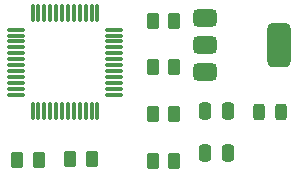
<source format=gbr>
%TF.GenerationSoftware,KiCad,Pcbnew,9.0.2*%
%TF.CreationDate,2025-05-25T10:52:37+05:30*%
%TF.ProjectId,STM 32,53544d20-3332-42e6-9b69-6361645f7063,rev?*%
%TF.SameCoordinates,Original*%
%TF.FileFunction,Paste,Top*%
%TF.FilePolarity,Positive*%
%FSLAX46Y46*%
G04 Gerber Fmt 4.6, Leading zero omitted, Abs format (unit mm)*
G04 Created by KiCad (PCBNEW 9.0.2) date 2025-05-25 10:52:37*
%MOMM*%
%LPD*%
G01*
G04 APERTURE LIST*
G04 Aperture macros list*
%AMRoundRect*
0 Rectangle with rounded corners*
0 $1 Rounding radius*
0 $2 $3 $4 $5 $6 $7 $8 $9 X,Y pos of 4 corners*
0 Add a 4 corners polygon primitive as box body*
4,1,4,$2,$3,$4,$5,$6,$7,$8,$9,$2,$3,0*
0 Add four circle primitives for the rounded corners*
1,1,$1+$1,$2,$3*
1,1,$1+$1,$4,$5*
1,1,$1+$1,$6,$7*
1,1,$1+$1,$8,$9*
0 Add four rect primitives between the rounded corners*
20,1,$1+$1,$2,$3,$4,$5,0*
20,1,$1+$1,$4,$5,$6,$7,0*
20,1,$1+$1,$6,$7,$8,$9,0*
20,1,$1+$1,$8,$9,$2,$3,0*%
G04 Aperture macros list end*
%ADD10RoundRect,0.250000X-0.262500X-0.450000X0.262500X-0.450000X0.262500X0.450000X-0.262500X0.450000X0*%
%ADD11RoundRect,0.250000X-0.250000X-0.475000X0.250000X-0.475000X0.250000X0.475000X-0.250000X0.475000X0*%
%ADD12RoundRect,0.075000X-0.662500X-0.075000X0.662500X-0.075000X0.662500X0.075000X-0.662500X0.075000X0*%
%ADD13RoundRect,0.075000X-0.075000X-0.662500X0.075000X-0.662500X0.075000X0.662500X-0.075000X0.662500X0*%
%ADD14RoundRect,0.375000X-0.625000X-0.375000X0.625000X-0.375000X0.625000X0.375000X-0.625000X0.375000X0*%
%ADD15RoundRect,0.500000X-0.500000X-1.400000X0.500000X-1.400000X0.500000X1.400000X-0.500000X1.400000X0*%
%ADD16RoundRect,0.243750X-0.243750X-0.456250X0.243750X-0.456250X0.243750X0.456250X-0.243750X0.456250X0*%
G04 APERTURE END LIST*
D10*
%TO.C,R5*%
X153175000Y-99115000D03*
X155000000Y-99115000D03*
%TD*%
%TO.C,R1*%
X164675000Y-87315000D03*
X166500000Y-87315000D03*
%TD*%
D11*
%TO.C,C4*%
X169100000Y-98495000D03*
X171000000Y-98495000D03*
%TD*%
%TO.C,C3*%
X169096300Y-94990000D03*
X170996300Y-94990000D03*
%TD*%
D12*
%TO.C,U1*%
X153070000Y-88065000D03*
X153070000Y-88565000D03*
X153070000Y-89065000D03*
X153070000Y-89565000D03*
X153070000Y-90065000D03*
X153070000Y-90565000D03*
X153070000Y-91065000D03*
X153070000Y-91565000D03*
X153070000Y-92065000D03*
X153070000Y-92565000D03*
X153070000Y-93065000D03*
X153070000Y-93565000D03*
D13*
X154482500Y-94977500D03*
X154982500Y-94977500D03*
X155482500Y-94977500D03*
X155982500Y-94977500D03*
X156482500Y-94977500D03*
X156982500Y-94977500D03*
X157482500Y-94977500D03*
X157982500Y-94977500D03*
X158482500Y-94977500D03*
X158982500Y-94977500D03*
X159482500Y-94977500D03*
X159982500Y-94977500D03*
D12*
X161395000Y-93565000D03*
X161395000Y-93065000D03*
X161395000Y-92565000D03*
X161395000Y-92065000D03*
X161395000Y-91565000D03*
X161395000Y-91065000D03*
X161395000Y-90565000D03*
X161395000Y-90065000D03*
X161395000Y-89565000D03*
X161395000Y-89065000D03*
X161395000Y-88565000D03*
X161395000Y-88065000D03*
D13*
X159982500Y-86652500D03*
X159482500Y-86652500D03*
X158982500Y-86652500D03*
X158482500Y-86652500D03*
X157982500Y-86652500D03*
X157482500Y-86652500D03*
X156982500Y-86652500D03*
X156482500Y-86652500D03*
X155982500Y-86652500D03*
X155482500Y-86652500D03*
X154982500Y-86652500D03*
X154482500Y-86652500D03*
%TD*%
D10*
%TO.C,R2*%
X164675000Y-91260000D03*
X166500000Y-91260000D03*
%TD*%
D14*
%TO.C,U2*%
X169092500Y-87040000D03*
X169092500Y-89340000D03*
D15*
X175392500Y-89340000D03*
D14*
X169092500Y-91640000D03*
%TD*%
D10*
%TO.C,R4*%
X164675000Y-99150000D03*
X166500000Y-99150000D03*
%TD*%
D16*
%TO.C,D1*%
X173625000Y-95000000D03*
X175500000Y-95000000D03*
%TD*%
D10*
%TO.C,R6*%
X157675000Y-99000000D03*
X159500000Y-99000000D03*
%TD*%
%TO.C,R3*%
X164675000Y-95205000D03*
X166500000Y-95205000D03*
%TD*%
M02*

</source>
